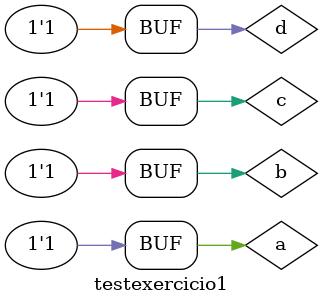
<source format=v>

module exercicio1 (s, a, b, c, d);

output s;
input a, b, c, d;
wire temp[0:3];

and AND1 (temp[0], a, ~c, d);
and AND2 (temp[1], ~a, c);
and AND3 (temp[2], b, d);
and AND4 (temp[3], b, c);
or OR1 (s, temp[0], temp[1], temp[2], temp[3]);

endmodule //

module testexercicio1;  

wire s;
reg a, b, c, d;

exercicio1 exercicio1 (s, a, b, c, d);

 initial begin
      $display("\nguia08_01 - Ludmily Caldeira da Silva - 417290\n");
      $display("TESTE\n");
      $display("\na   b   c    d    s\n");
      $monitor("%b   %b   %b    %b    %b", a, b, c, d, s);
		
		  a=0; b=0; c=0; d=0;
    #1  a=0; b=0; c=0; d=1;
    #1  a=0; b=0; c=1; d=0;
    #1  a=0; b=0; c=1; d=1;
	 #1  a=0; b=1; c=0; d=0;
    #1  a=0; b=1; c=0; d=1;
    #1  a=0; b=1; c=1; d=0;
    #1  a=0; b=1; c=1; d=1;
    #1  a=1; b=0; c=0; d=0;
    #1  a=1; b=0; c=0; d=1;
    #1  a=1; b=0; c=1; d=0;
	 #1  a=1; b=0; c=1; d=1;
    #1  a=1; b=1; c=0; d=0;
    #1  a=1; b=1; c=0; d=1;
    #1  a=1; b=1; c=1; d=0;
    #1  a=1; b=1; c=1; d=1;  
	    		  
    end
 
endmodule // TestMeiaSoma

/*

RESULTADOS OBTIDOS

    guia08_01 - Ludmily Caldeira da Silva - 417290
    
    TESTE
    
    
    a   b   c    d    s
    
    0   0   0    0    0
    0   0   0    1    0
    0   0   1    0    1
    0   0   1    1    1
    0   1   0    0    0
    0   1   0    1    1
    0   1   1    0    1
    0   1   1    1    1
    1   0   0    0    0
    1   0   0    1    1
    1   0   1    0    0
    1   0   1    1    0
    1   1   0    0    0
    1   1   0    1    1
    1   1   1    0    1
    1   1   1    1    1
    

*/
</source>
